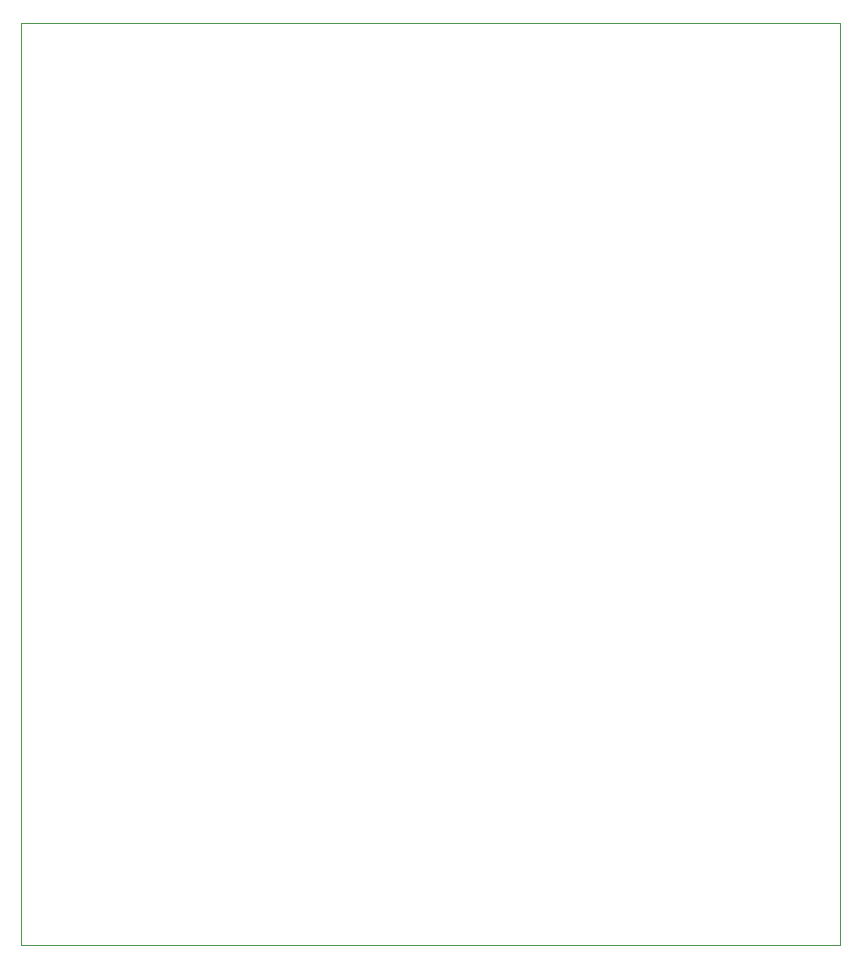
<source format=gm1>
G04 #@! TF.GenerationSoftware,KiCad,Pcbnew,5.1.6-c6e7f7d~87~ubuntu18.04.1*
G04 #@! TF.CreationDate,2021-01-10T20:40:06-05:00*
G04 #@! TF.ProjectId,dicecalc,64696365-6361-46c6-932e-6b696361645f,rev?*
G04 #@! TF.SameCoordinates,Original*
G04 #@! TF.FileFunction,Profile,NP*
%FSLAX46Y46*%
G04 Gerber Fmt 4.6, Leading zero omitted, Abs format (unit mm)*
G04 Created by KiCad (PCBNEW 5.1.6-c6e7f7d~87~ubuntu18.04.1) date 2021-01-10 20:40:06*
%MOMM*%
%LPD*%
G01*
G04 APERTURE LIST*
G04 #@! TA.AperFunction,Profile*
%ADD10C,0.050000*%
G04 #@! TD*
G04 APERTURE END LIST*
D10*
X63900000Y-85100000D02*
X63900000Y-83100000D01*
X133250000Y-83100000D02*
X133250000Y-85100000D01*
X63900000Y-85100000D02*
X63900000Y-158100000D01*
X133250000Y-83100000D02*
X63900000Y-83100000D01*
X133250000Y-100600000D02*
X133250000Y-85100000D01*
X133250000Y-155100000D02*
X133250000Y-100600000D01*
X133250000Y-161100000D02*
X133250000Y-155100000D01*
X132900000Y-161100000D02*
X133250000Y-161100000D01*
X67400000Y-161100000D02*
X132900000Y-161100000D01*
X63900000Y-161100000D02*
X67400000Y-161100000D01*
X63900000Y-160600000D02*
X63900000Y-161100000D01*
X63900000Y-158100000D02*
X63900000Y-160600000D01*
M02*

</source>
